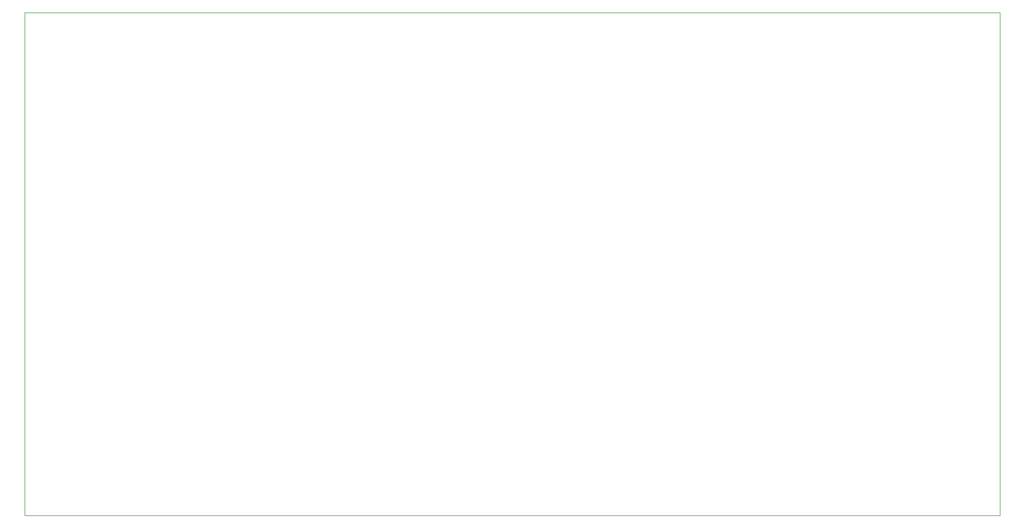
<source format=gbr>
%TF.GenerationSoftware,KiCad,Pcbnew,(5.1.8-0-10_14)*%
%TF.CreationDate,2020-12-19T18:42:48-08:00*%
%TF.ProjectId,Ben6502,42656e36-3530-4322-9e6b-696361645f70,rev?*%
%TF.SameCoordinates,Original*%
%TF.FileFunction,Profile,NP*%
%FSLAX46Y46*%
G04 Gerber Fmt 4.6, Leading zero omitted, Abs format (unit mm)*
G04 Created by KiCad (PCBNEW (5.1.8-0-10_14)) date 2020-12-19 18:42:48*
%MOMM*%
%LPD*%
G01*
G04 APERTURE LIST*
%TA.AperFunction,Profile*%
%ADD10C,0.050000*%
%TD*%
G04 APERTURE END LIST*
D10*
X86360000Y-134620000D02*
X86360000Y-53340000D01*
X243840000Y-134620000D02*
X86360000Y-134620000D01*
X243840000Y-53340000D02*
X243840000Y-134620000D01*
X86360000Y-53340000D02*
X243840000Y-53340000D01*
M02*

</source>
